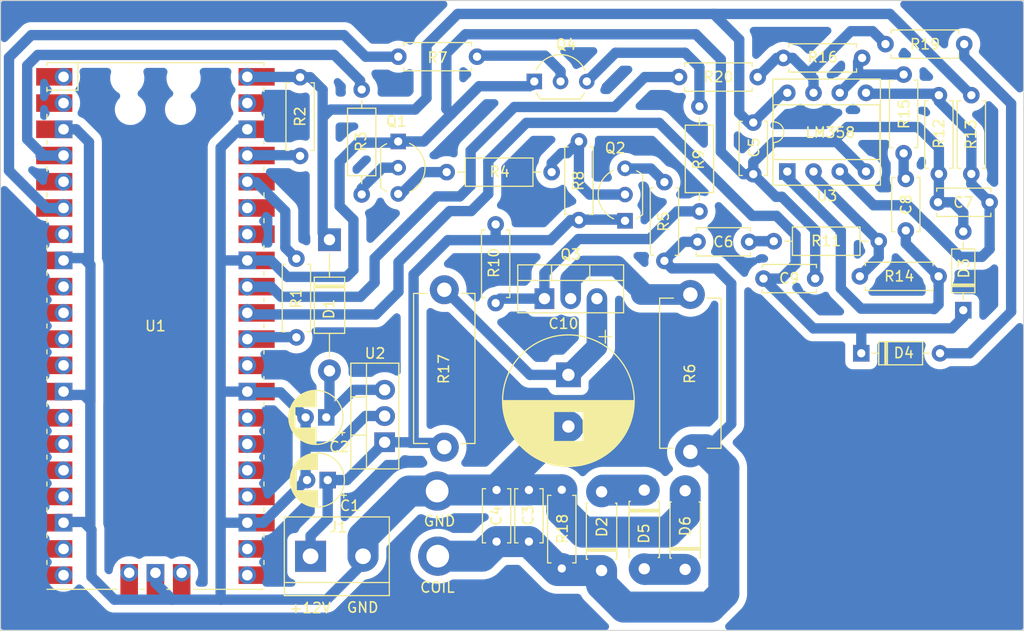
<source format=kicad_pcb>
(kicad_pcb (version 20221018) (generator pcbnew)
  (layers (0 "F.Cu" signal) (31 "B.Cu" signal) (34 "B.Paste" user) (35 "F.Paste" user) (36 "B.SilkS" user "B.Silkscreen") (37 "F.SilkS" user "F.Silkscreen") (38 "B.Mask" user) (39 "F.Mask" user) (44 "Edge.Cuts" user))
  (net 0 "")
  (net 1 "+12V")
  (net 2 "GND")
  (net 3 "+5V")
  (net 4 "Net-(D2-K)")
  (net 5 "Net-(D1-K)")
  (net 6 "Net-(C6-Pad2)")
  (net 7 "Net-(U3A-+)")
  (net 8 "Net-(C8-Pad1)")
  (net 9 "Net-(C8-Pad2)")
  (net 10 "/AMPLITUDE")
  (net 11 "Net-(Q3-S)")
  (net 12 "/OSC_SIGNAL")
  (net 13 "Net-(Q1-B)")
  (net 14 "Net-(Q1-C)")
  (net 15 "Net-(Q2-B)")
  (net 16 "Net-(Q2-C)")
  (net 17 "Net-(Q3-G)")
  (net 18 "Net-(Q3-D)")
  (net 19 "Net-(Q4-B)")
  (net 20 "Net-(Q4-C)")
  (net 21 "Net-(U1-3V3)")
  (net 22 "Net-(U1-RUN)")
  (net 23 "Net-(U1-3V3_EN)")
  (net 24 "/OSCIL")
  (net 25 "/PULSE")
  (net 26 "Net-(U3A--)")
  (net 27 "Net-(U3B--)")
  (net 54 "Net-(D2-A)")
  (net 55 "Net-(D5-A)")
  (net 56 "Net-(D4-A)")
  (net 57 "Net-(R16-Pad1)")
  (footprint "Capacitor_THT:C_Disc_D5.0mm_W2.5mm_P5.00mm" (layer "F.Cu") (at 178.6 38.27 -90)
    (fp_text reference "C8")
    (fp_text value "100 nF")
  )
  (footprint "Resistor_THT:R_Axial_DIN0207_L6.3mm_D2.5mm_P7.62mm_Horizontal" (layer "F.Cu") (at 119.63 46 -90)
    (fp_text reference "R1")
    (fp_text value "10k")
  )
  (footprint "Capacitor_THT:CP_Radial_D12.5mm_P5.00mm" (layer "F.Cu") (at 145.95 57.25 -90)
    (fp_text reference "C10")
    (fp_text value "2200 uF")
  )
  (footprint "Diode_THT:D_DO-35_SOD27_P7.62mm_Horizontal" (layer "F.Cu") (at 184.16 50.99 90)
    (fp_text reference "D3")
    (fp_text value "1N4148")
  )
  (footprint "Resistor_THT:R_Axial_DIN0207_L6.3mm_D2.5mm_P7.62mm_Horizontal" (layer "F.Cu") (at 155.24 38.59 -90)
    (fp_text reference "R5")
    (fp_text value "1k")
  )
  (footprint "Synchronizer:RPi_Pico_SMD_TH" (layer "F.Cu") (at 105.99 52.52)
    (fp_text reference "U1")
    (fp_text value "Pico")
  )
  (footprint "Resistor_THT:R_Axial_DIN0207_L6.3mm_D2.5mm_P7.62mm_Horizontal" (layer "F.Cu") (at 166.75 26.56)
    (fp_text reference "R16")
    (fp_text value "100k")
  )
  (footprint "Capacitor_THT:C_Disc_D5.0mm_W2.5mm_P5.00mm" (layer "F.Cu") (at 139 73.4 90)
    (fp_text reference "C4")
    (fp_text value "NC")
  )
  (footprint "Resistor_THT:R_Axial_DIN0207_L6.3mm_D2.5mm_P10.16mm_Horizontal" (layer "F.Cu") (at 158.63 41.42 90)
    (fp_text reference "R9")
    (fp_text value "10k")
  )
  (footprint "Diode_THT:D_DO-41_SOD81_P7.62mm_Horizontal" (layer "F.Cu") (at 149.16 76.2 90)
    (fp_text reference "D2")
    (fp_text value "UF4007")
  )
  (footprint "Resistor_THT:R_Axial_DIN0207_L6.3mm_D2.5mm_P7.62mm_Horizontal" (layer "F.Cu") (at 184.94 37.79 90)
    (fp_text reference "R13")
    (fp_text value "10k")
  )
  (footprint "Resistor_THT:R_Axial_DIN0207_L6.3mm_D2.5mm_P7.62mm_Horizontal" (layer "F.Cu") (at 178.39 35.79 90)
    (fp_text reference "R15")
    (fp_text value "10k")
  )
  (footprint "Resistor_THT:R_Axial_DIN0207_L6.3mm_D2.5mm_P7.62mm_Horizontal" (layer "F.Cu") (at 181.8 37.79 90)
    (fp_text reference "R12")
    (fp_text value "4k7")
  )
  (footprint "Package_TO_SOT_THT:TO-92L_Inline_Wide" (layer "F.Cu") (at 151.43 42.33 90)
    (fp_text reference "Q2")
    (fp_text value "2N3906")
  )
  (footprint "Resistor_THT:R_Axial_DIN0207_L6.3mm_D2.5mm_P7.62mm_Horizontal" (layer "F.Cu") (at 145.31 76 90)
    (fp_text reference "R18")
    (fp_text value "10k")
  )
  (footprint "Resistor_THT:R_Axial_DIN0207_L6.3mm_D2.5mm_P7.62mm_Horizontal" (layer "F.Cu") (at 137.11 26.44 180)
    (fp_text reference "R7")
    (fp_text value "10k")
  )
  (footprint "Capacitor_THT:C_Disc_D5.0mm_W2.5mm_P5.00mm" (layer "F.Cu") (at 164.83 47.93)
    (fp_text reference "C9")
    (fp_text value "100 nF")
  )
  (footprint "Capacitor_THT:CP_Radial_D5.0mm_P2.00mm" (layer "F.Cu") (at 122.52 61.37 180)
    (fp_text reference "C2")
    (fp_text value "100 uF")
  )
  (footprint "Diode_THT:D_DO-35_SOD27_P7.62mm_Horizontal" (layer "F.Cu") (at 174.29 55.16)
    (fp_text reference "D4")
    (fp_text value "1N4148")
  )
  (footprint "Resistor_THT:R_Axial_DIN0207_L6.3mm_D2.5mm_P10.16mm_Horizontal" (layer "F.Cu") (at 165.82 44.31)
    (fp_text reference "R11")
    (fp_text value "10k")
  )
  (footprint "Package_TO_SOT_THT:TO-92L_Inline_Wide" (layer "F.Cu") (at 129.48 34.65 -90)
    (fp_text reference "Q1")
    (fp_text value "2N3904")
  )
  (footprint "Capacitor_THT:C_Disc_D5.0mm_W2.5mm_P5.00mm" (layer "F.Cu") (at 142.13 73.4 90)
    (fp_text reference "C3")
    (fp_text value "100 pF")
  )
  (footprint "Capacitor_THT:C_Disc_D5.0mm_W2.5mm_P5.00mm" (layer "F.Cu") (at 163.84 32.82 -90)
    (fp_text reference "C5")
    (fp_text value "100 nF")
  )
  (footprint "TerminalBlock:TerminalBlock_bornier-2_P5.08mm" (layer "F.Cu") (at 121 74.82)
    (fp_text reference "J1")
    (fp_text value "Conn_01x02_Socket")
  )
  (footprint "Resistor_THT:R_Axial_DIN0614_L14.3mm_D5.7mm_P15.24mm_Horizontal" (layer "F.Cu") (at 157.75 64.71 90)
    (fp_text reference "R6")
    (fp_text value "10R")
  )
  (footprint "Resistor_THT:R_Axial_DIN0207_L6.3mm_D2.5mm_P7.62mm_Horizontal" (layer "F.Cu") (at 176.63 25.22)
    (fp_text reference "R19")
    (fp_text value "10k")
  )
  (footprint "Capacitor_THT:CP_Radial_D5.0mm_P2.00mm" (layer "F.Cu") (at 122.66 67.44 180)
    (fp_text reference "C1")
    (fp_text value "100 uF")
  )
  (footprint "Resistor_THT:R_Axial_DIN0207_L6.3mm_D2.5mm_P7.62mm_Horizontal" (layer "F.Cu") (at 181.77 47.71 180)
    (fp_text reference "R14")
    (fp_text value "100k")
  )
  (footprint "Resistor_THT:R_Axial_DIN0207_L6.3mm_D2.5mm_P7.62mm_Horizontal" (layer "F.Cu") (at 146.97 42.26 90)
    (fp_text reference "R8")
    (fp_text value "100k")
  )
  (footprint "Resistor_THT:R_Axial_DIN0207_L6.3mm_D2.5mm_P7.62mm_Horizontal" (layer "F.Cu") (at 138.91 42.68 -90)
    (fp_text reference "R10")
    (fp_text value "100k")
  )
  (footprint "Resistor_THT:R_Axial_DIN0207_L6.3mm_D2.5mm_P7.62mm_Horizontal" (layer "F.Cu") (at 164.27 28.41 180)
    (fp_text reference "R20")
    (fp_text value "10k")
  )
  (footprint "Package_TO_SOT_THT:TO-92L_Inline_Wide" (layer "F.Cu") (at 142.65 28.84)
    (fp_text reference "Q4")
    (fp_text value "2N3904")
  )
  (footprint "MountingHole:MountingHole_2.2mm_M2_DIN965_Pad" (layer "F.Cu") (at 133.31 74.81)
    (fp_text reference "J2" hide)
    (fp_text value "COIL1")
  )
  (footprint "Diode_THT:D_DO-41_SOD81_P7.62mm_Horizontal" (layer "F.Cu") (at 157.25 76.09 90)
    (fp_text reference "D6")
    (fp_text value "UF4007")
  )
  (footprint "Package_DIP:DIP-8_W7.62mm_Socket" (layer "F.Cu") (at 167.13 37.56 90)
    (fp_text reference "U3")
    (fp_text value "LM358")
  )
  (footprint "Resistor_THT:R_Axial_DIN0207_L6.3mm_D2.5mm_P10.16mm_Horizontal" (layer "F.Cu") (at 125.95 29.62 -90)
    (fp_text reference "R3")
    (fp_text value "10k")
  )
  (footprint "Resistor_THT:R_Axial_DIN0614_L14.3mm_D5.7mm_P15.24mm_Horizontal" (layer "F.Cu") (at 133.94 49.01 -90)
    (fp_text reference "R17")
    (fp_text value "1k")
  )
  (footprint "Capacitor_THT:C_Disc_D5.0mm_W2.5mm_P5.00mm" (layer "F.Cu") (at 158.44 44.37)
    (fp_text reference "C6")
    (fp_text value "100 pF")
  )
  (footprint "Diode_THT:D_DO-41_SOD81_P7.62mm_Horizontal" (layer "F.Cu") (at 153.29 68.41 -90)
    (fp_text reference "D5")
    (fp_text value "UF4007")
  )
  (footprint "Capacitor_THT:C_Disc_D5.0mm_W2.5mm_P5.00mm" (layer "F.Cu") (at 186.71 40.54 180)
    (fp_text reference "C7")
    (fp_text value "100 nF")
  )
  (footprint "Diode_THT:D_DO-41_SOD81_P12.70mm_Horizontal" (layer "F.Cu") (at 122.83 44.16 -90)
    (fp_text reference "D1")
    (fp_text value "1N5819")
  )
  (footprint "MountingHole:MountingHole_2.2mm_M2_DIN965_Pad" (layer "F.Cu") (at 133.25 68.5)
    (fp_text reference "J3" hide)
    (fp_text value "COIL2")
  )
  (footprint "Resistor_THT:R_Axial_DIN0207_L6.3mm_D2.5mm_P7.62mm_Horizontal" (layer "F.Cu") (at 119.99 28.43 -90)
    (fp_text reference "R2")
    (fp_text value "10k")
  )
  (footprint "Package_TO_SOT_THT:TO-220-3_Vertical" (layer "F.Cu") (at 128.17 63.78 90)
    (fp_text reference "U2")
    (fp_text value "LM7805_TO220")
  )
  (footprint "Resistor_THT:R_Axial_DIN0207_L6.3mm_D2.5mm_P10.16mm_Horizontal" (layer "F.Cu") (at 144.33 37.62 180)
    (fp_text reference "R4")
    (fp_text value "10k")
  )
  (footprint "Package_TO_SOT_THT:TO-220-3_Vertical" (layer "F.Cu") (at 143.63 49.87)
    (fp_text reference "Q3")
    (fp_text value "IRF9540N")
  )
  (gr_rect (start 91 21) (end 190 82) (stroke (width 0.1)) (fill none) (layer "Edge.Cuts"))
  (gr_text "LM358" (at 168.79 34.37) (layer "F.SilkS") (effects (font (size 1 1)) (justify left bottom)))
  (gr_text "COIL" (at 131.51 78.42) (layer "F.SilkS") (effects (font (size 1 1)) (justify left bottom)))
  (gr_text "GND" (at 124.42 80.36) (layer "F.SilkS") (effects (font (size 1 1)) (justify left bottom)))
  (gr_text "+12V" (at 118.86 80.41) (layer "F.SilkS") (effects (font (size 1 1)) (justify left bottom)))
  (gr_text "GND" (at 131.86 72) (layer "F.SilkS") (effects (font (size 1 1)) (justify left bottom)))
  (segment (start 133.94 64.25) (end 133.53 63.84) (width 1) (layer "B.Cu") (net 1))
  (segment (start 146.18 42.26) (end 144.23 44.21) (width 1) (layer "B.Cu") (net 1))
  (segment (start 121 72.84) (end 122.66 71.18) (width 1) (layer "B.Cu") (net 1))
  (segment (start 122.66 71.18) (end 122.66 67.44) (width 1) (layer "B.Cu") (net 1))
  (segment (start 138.91 42.68) (end 138.91 43.99) (width 1) (layer "B.Cu") (net 1))
  (segment (start 151.43 42.33) (end 151.32 42.22) (width 1) (layer "B.Cu") (net 1))
  (segment (start 133.53 63.84) (end 130.66 63.84) (width 1) (layer "B.Cu") (net 1))
  (segment (start 122.66 67.44) (end 124.51 67.44) (width 1) (layer "B.Cu") (net 1))
  (segment (start 121 74.82) (end 121 72.84) (width 1) (layer "B.Cu") (net 1))
  (segment (start 147.01 42.22) (end 146.97 42.26) (width 1) (layer "B.Cu") (net 1))
  (segment (start 151.32 42.22) (end 147.01 42.22) (width 1) (layer "B.Cu") (net 1))
  (segment (start 130.72 63.78) (end 128.17 63.78) (width 1) (layer "B.Cu") (net 1))
  (segment (start 146.97 42.26) (end 146.18 42.26) (width 1) (layer "B.Cu") (net 1))
  (segment (start 138.69 44.21) (end 134.28 44.21) (width 1) (layer "B.Cu") (net 1))
  (segment (start 134.28 44.21) (end 130.97 47.52) (width 1) (layer "B.Cu") (net 1))
  (segment (start 124.51 67.44) (end 128.17 63.78) (width 1) (layer "B.Cu") (net 1))
  (segment (start 130.97 47.52) (end 130.97 63.53) (width 1) (layer "B.Cu") (net 1))
  (segment (start 138.91 43.99) (end 138.69 44.21) (width 1) (layer "B.Cu") (net 1))
  (segment (start 144.23 44.21) (end 138.69 44.21) (width 1) (layer "B.Cu") (net 1))
  (segment (start 130.97 63.53) (end 130.72 63.78) (width 1) (layer "B.Cu") (net 1))
  (segment (start 120.52 61.37) (end 118.1 58.95) (width 1) (layer "B.Cu") (net 2))
  (segment (start 120.56 67.44) (end 120.66 67.44) (width 1) (layer "B.Cu") (net 2))
  (segment (start 124.48 47.76) (end 118.74 47.76) (width 1) (layer "B.Cu") (net 2))
  (segment (start 131.96 34.65) (end 129.48 34.65) (width 1) (layer "B.Cu") (net 2))
  (segment (start 145.95 62.25) (end 145.15 62.25) (width 3) (layer "B.Cu") (net 2))
  (segment (start 142.15 68.38) (end 142.13 68.4) (width 3) (layer "B.Cu") (net 2))
  (segment (start 125.15 42.24) (end 125.15 47.09) (width 1) (layer "B.Cu") (net 2))
  (segment (start 183.14 40.54) (end 181.71 40.54) (width 1) (layer "B.Cu") (net 2))
  (segment (start 97.32 45.95) (end 97.1 46.17) (width 1) (layer "B.Cu") (net 2))
  (segment (start 129.37 34.76) (end 125.65 34.76) (width 1) (layer "B.Cu") (net 2))
  (segment (start 125.65 34.76) (end 123.81 36.6) (width 1) (layer "B.Cu") (net 2))
  (segment (start 142.65 28.84) (end 142.19 29.3) (width 1) (layer "B.Cu") (net 2))
  (segment (start 162.87 37.82) (end 163.84 37.82) (width 1) (layer "B.Cu") (net 2))
  (segment (start 137.31 29.3) (end 134.625 31.985) (width 1) (layer "B.Cu") (net 2))
  (segment (start 166.03 40.01) (end 163.84 37.82) (width 1) (layer "B.Cu") (net 2))
  (segment (start 99.7 59.83) (end 99.7 46.61) (width 1) (layer "B.Cu") (net 2))
  (segment (start 169.83 47.93) (end 169.83 43.23) (width 1) (layer "B.Cu") (net 2))
  (segment (start 184.16 43.37) (end 184.16 41.56) (width 1) (layer "B.Cu") (net 2))
  (segment (start 123.36 64.2) (end 126.32 61.24) (width 1) (layer "B.Cu") (net 2))
  (segment (start 142.65 29.05) (end 142.65 28.84) (width 1) (layer "B.Cu") (net 2))
  (segment (start 117.16 46.18) (end 114.89 46.18) (width 1) (layer "B.Cu") (net 2))
  (segment (start 112.3 46.07) (end 112.3 35.26) (width 1) (layer "B.Cu") (net 2))
  (segment (start 139 68.4) (end 133.35 68.4) (width 3) (layer "B.Cu") (net 2))
  (segment (start 133.35 68.4) (end 133.25 68.5) (width 3) (layer "B.Cu") (net 2))
  (segment (start 126.32 61.24) (end 128.17 61.24) (width 1) (layer "B.Cu") (net 2))
  (segment (start 173.44 33.25) (end 172.94 33.25) (width 1) (layer "B.Cu") (net 2))
  (segment (start 105.99 77.39) (end 107.62 79.02) (width 1) (layer "B.Cu") (net 2))
  (segment (start 172.94 33.25) (end 171.69 34.5) (width 1) (layer "B.Cu") (net 2))
  (segment (start 123.81 36.6) (end 123.81 40.9) (width 1) (layer "B.Cu") (net 2))
  (segment (start 130.54 68.5) (end 126.08 72.96) (width 3) (layer "B.Cu") (net 2))
  (segment (start 99.04 59.19) (end 97.42 59.19) (width 1) (layer "B.Cu") (net 2))
  (segment (start 145.31 68.38) (end 142.15 68.38) (width 3) (layer "B.Cu") (net 2))
  (segment (start 99.8 72.26) (end 99.69 72.15) (width 1) (layer "B.Cu") (net 2))
  (segment (start 114.96 58.95) (end 114.88 58.87) (width 1) (layer "B.Cu") (net 2))
  (segment (start 123.81 40.9) (end 125.15 42.24) (width 1) (layer "B.Cu") (net 2))
  (segment (start 181.8 35.28) (end 179.77 33.25) (width 1) (layer "B.Cu") (net 2))
  (segment (start 120.52 61.37) (end 120.52 64.2) (width 1) (layer "B.Cu") (net 2))
  (segment (start 147.37 72.48) (end 145.31 70.42) (width 3) (layer "B.Cu") (net 2))
  (segment (start 114.89 46.18) (end 114.88 46.17) (width 1) (layer "B.Cu") (net 2))
  (segment (start 160.7 35.65) (end 162.87 37.82) (width 1) (layer "B.Cu") (net 2))
  (segment (start 181.8 37.79) (end 181.8 35.28) (width 1) (layer "B.Cu") (net 2))
  (segment (start 112.3 35.26) (end 114.09 33.47) (width 1) (layer "B.Cu") (net 2))
  (segment (start 99.56 34.71) (end 98.32 33.47) (width 1) (layer "B.Cu") (net 2))
  (segment (start 99.69 59.84) (end 99.7 59.83) (width 1) (layer "B.Cu") (net 2))
  (segment (start 157.25 68.47) (end 157.25 70.76) (width 3) (layer "B.Cu") (net 2))
  (segment (start 174.75 37.56) (end 171.69 34.5) (width 1) (layer "B.Cu") (net 2))
  (segment (start 135.99 24.27) (end 158.28 24.27) (width 1) (layer "B.Cu") (net 2))
  (segment (start 112.3 58.62) (end 112.3 46.07) (width 1) (layer "B.Cu") (net 2))
  (segment (start 122.55 79.02) (end 126.08 75.49) (width 1) (layer "B.Cu") (net 2))
  (segment (start 145.31 70.42) (end 145.31 68.38) (width 3) (layer "B.Cu") (net 2))
  (segment (start 120.52 67.3) (end 120.66 67.44) (width 1) (layer "B.Cu") (net 2))
  (segment (start 107.62 79.02) (end 112.3 79.02) (width 1) (layer "B.Cu") (net 2))
  (segment (start 118.74 47.76) (end 117.16 46.18) (width 1) (layer "B.Cu") (net 2))
  (segment (start 134.625 31.985) (end 134.14 31.5) (width 1) (layer "B.Cu") (net 2))
  (segment (start 181.8 37.79) (end 181.8 40.45) (width 1) (layer "B.Cu") (net 2))
  (segment (start 134.14 26.12) (end 135.99 24.27) (width 1) (layer "B.Cu") (net 2))
  (segment (start 184.16 41.56) (end 183.14 40.54) (width 1) (layer "B.Cu") (net 2))
  (segment (start 99.7 46.61) (end 99.04 45.95) (width 1) (layer "B.Cu") (net 2))
  (segment (start 134.625 31.985) (end 131.96 34.65) (width 1) (layer "B.Cu") (net 2))
  (segment (start 155.53 72.48) (end 147.37 72.48) (width 3) (layer "B.Cu") (net 2))
  (segment (start 157.25 70.76) (end 155.53 72.48) (width 3) (layer "B.Cu") (net 2))
  (segment (start 112.3 71.23) (end 112.3 58.62) (width 1) (layer "B.Cu") (net 2))
  (segment (start 99.56 46.47) (end 99.56 34.71) (width 1) (layer "B.Cu") (net 2))
  (segment (start 126.08 72.96) (end 126.08 74.82) (width 3) (layer "B.Cu") (net 2))
  (segment (start 126.08 75.49) (end 126.08 74.82) (width 1) (layer "B.Cu") (net 2))
  (segment (start 181.8 40.45) (end 181.71 40.54) (width 1) (layer "B.Cu") (net 2))
  (segment (start 114.88 71.57) (end 112.64 71.57) (width 1) (layer "B.Cu") (net 2))
  (segment (start 114.88 58.87) (end 112.55 58.87) (width 1) (layer "B.Cu") (net 2))
  (segment (start 99.69 72.15) (end 99.69 59.84) (width 1) (layer "B.Cu") (net 2))
  (segment (start 112.55 58.87) (end 112.3 58.62) (width 1) (layer "B.Cu") (net 2))
  (segment (start 112.64 71.57) (end 112.3 71.23) (width 1) (layer "B.Cu") (net 2))
  (segment (start 114.88 46.17) (end 112.4 46.17) (width 1) (layer "B.Cu") (net 2))
  (segment (start 102.02 79.02) (end 99.8 76.8) (width 1) (layer "B.Cu") (net 2))
  (segment (start 114.88 71.57) (end 116.43 71.57) (width 1) (layer "B.Cu") (net 2))
  (segment (start 142.13 68.4) (end 139 68.4) (width 3) (layer "B.Cu") (net 2))
  (segment (start 134.14 31.5) (end 134.14 26.12) (width 1) (layer "B.Cu") (net 2))
  (segment (start 145.15 62.25) (end 139 68.4) (width 3) (layer "B.Cu") (net 2))
  (segment (start 99.8 76.8) (end 99.8 72.26) (width 1) (layer "B.Cu") (net 2))
  (segment (start 120.52 64.2) (end 123.36 64.2) (width 1) (layer "B.Cu") (net 2))
  (segment (start 118.1 58.95) (end 114.96 58.95) (width 1) (layer "B.Cu") (net 2))
  (segment (start 97.42 59.19) (end 97.1 58.87) (width 1) (layer "B.Cu") (net 2))
  (segment (start 129.48 34.65) (end 129.37 34.76) (width 1) (layer "B.Cu") (net 2))
  (segment (start 99.8 72.26) (end 99.04 71.5) (width 1) (layer "B.Cu") (net 2))
  (segment (start 112.3 79.02) (end 112.3 71.23) (width 1) (layer "B.Cu") (net 2))
  (segment (start 114.09 33.47) (end 114.88 33.47) (width 1) (layer "B.Cu") (net 2))
  (segment (start 169.83 43.23) (end 166.61 40.01) (width 1) (layer "B.Cu") (net 2))
  (segment (start 142.19 29.3) (end 137.31 29.3) (width 1) (layer "B.Cu") (net 2))
  (segment (start 112.3 79.02) (end 122.55 79.02) (width 1) (layer "B.Cu") (net 2))
  (segment (start 173.44 33.25) (end 179.77 33.25) (width 1) (layer "B.Cu") (net 2))
  (segment (start 107.62 79.02) (end 102.02 79.02) (width 1) (layer "B.Cu") (net 2))
  (segment (start 99.04 45.95) (end 97.32 45.95) (width 1) (layer "B.Cu") (net 2))
  (segment (start 116.43 71.57) (end 120.56 67.44) (width 1) (layer "B.Cu") (net 2))
  (segment (start 120.52 64.2) (end 120.52 67.3) (width 1) (layer "B.Cu") (net 2))
  (segment (start 112.4 46.17) (end 112.3 46.07) (width 1) (layer "B.Cu") (net 2))
  (segment (start 99.7 46.61) (end 99.56 46.47) (width 1) (layer "B.Cu") (net 2))
  (segment (start 105.99 76.42) (end 105.99 77.39) (width 1) (layer "B.Cu") (net 2))
  (segment (start 160.7 26.69) (end 160.7 35.65) (width 1) (layer "B.Cu") (net 2))
  (segment (start 158.28 24.27) (end 160.7 26.69) (width 1) (layer "B.Cu") (net 2))
  (segment (start 166.61 40.01) (end 166.03 40.01) (width 1) (layer "B.Cu") (net 2))
  (segment (start 98.32 33.47) (end 97.1 33.47) (width 1) (layer "B.Cu") (net 2))
  (segment (start 171.48 34.71) (end 165.8 34.71) (width 1) (layer "B.Cu") (net 2))
  (segment (start 97.17 71.5) (end 97.1 71.57) (width 1) (layer "B.Cu") (net 2))
  (segment (start 142.51 29.19) (end 142.65 29.05) (width 1) (layer "B.Cu") (net 2))
  (segment (start 99.69 59.84) (end 99.04 59.19) (width 1) (layer "B.Cu") (net 2))
  (segment (start 165.8 34.71) (end 163.84 36.67) (width 1) (layer "B.Cu") (net 2))
  (segment (start 99.04 71.5) (end 97.17 71.5) (width 1) (layer "B.Cu") (net 2))
  (segment (start 163.84 36.67) (end 163.84 37.82) (width 1) (layer "B.Cu") (net 2))
  (segment (start 125.15 47.09) (end 124.48 47.76) (width 1) (layer "B.Cu") (net 2))
  (segment (start 133.25 68.5) (end 130.54 68.5) (width 3) (layer "B.Cu") (net 2))
  (segment (start 171.69 34.5) (end 171.48 34.71) (width 1) (layer "B.Cu") (net 2))
  (segment (start 125.19 58.7) (end 122.52 61.37) (width 1) (layer "B.Cu") (net 3))
  (segment (start 122.83 61.06) (end 122.52 61.37) (width 1) (layer "B.Cu") (net 3))
  (segment (start 128.17 58.7) (end 125.19 58.7) (width 1) (layer "B.Cu") (net 3))
  (segment (start 122.83 56.86) (end 122.83 61.06) (width 1) (layer "B.Cu") (net 3))
  (segment (start 145.31 76) (end 144.73 76) (width 3) (layer "B.Cu") (net 4))
  (segment (start 155.24 46.21) (end 155.97 46.94) (width 1) (layer "B.Cu") (net 4))
  (segment (start 158.44 44.37) (end 157.08 44.37) (width 1) (layer "B.Cu") (net 4))
  (segment (start 149.16 76.2) (end 144.93 76.2) (width 3) (layer "B.Cu") (net 4))
  (segment (start 161.71 62) (end 159.21 64.5) (width 1) (layer "B.Cu") (net 4))
  (segment (start 157.08 44.37) (end 155.24 46.21) (width 1) (layer "B.Cu") (net 4))
  (segment (start 137.59 74.81) (end 139 73.4) (width 3) (layer "B.Cu") (net 4))
  (segment (start 160.99 66.28) (end 160.99 78.41) (width 3) (layer "B.Cu") (net 4))
  (segment (start 157.96 64.5) (end 159.21 64.5) (width 3) (layer "B.Cu") (net 4))
  (segment (start 151.34 79.74) (end 149.16 77.56) (width 3) (layer "B.Cu") (net 4))
  (segment (start 160.24 46.94) (end 161.71 48.41) (width 1) (layer "B.Cu") (net 4))
  (segment (start 139 73.4) (end 142.13 73.4) (width 3) (layer "B.Cu") (net 4))
  (segment (start 144.93 76.2) (end 144.73 76) (width 3) (layer "B.Cu") (net 4))
  (segment (start 157.75 64.71) (end 157.96 64.5) (width 3) (layer "B.Cu") (net 4))
  (segment (start 160.99 78.41) (end 159.66 79.74) (width 3) (layer "B.Cu") (net 4))
  (segment (start 149.16 77.56) (end 149.16 76.2) (width 3) (layer "B.Cu") (net 4))
  (segment (start 155.97 46.94) (end 160.24 46.94) (width 1) (layer "B.Cu") (net 4))
  (segment (start 161.71 48.41) (end 161.71 62) (width 1) (layer "B.Cu") (net 4))
  (segment (start 159.21 64.5) (end 160.99 66.28) (width 3) (layer "B.Cu") (net 4))
  (segment (start 159.66 79.74) (end 151.34 79.74) (width 3) (layer "B.Cu") (net 4))
  (segment (start 144.73 76) (end 142.13 73.4) (width 3) (layer "B.Cu") (net 4))
  (segment (start 133.31 74.81) (end 137.59 74.81) (width 3) (layer "B.Cu") (net 4))
  (segment (start 166.72 29.94) (end 163.84 32.82) (width 1) (layer "B.Cu") (net 5))
  (segment (start 132.22 30.45) (end 132.22 25.32) (width 1) (layer "B.Cu") (net 5))
  (segment (start 160 22.3) (end 177.06 22.3) (width 1) (layer "B.Cu") (net 5))
  (segment (start 114.88 28.39) (end 114.89 28.4) (width 1) (layer "B.Cu") (net 5))
  (segment (start 162.48 24.78) (end 162.48 31.9) (width 1) (layer "B.Cu") (net 5))
  (segment (start 122.94 31.56) (end 122.17 32.33) (width 1) (layer "B.Cu") (net 5))
  (segment (start 131.11 31.56) (end 122.94 31.56) (width 1) (layer "B.Cu") (net 5))
  (segment (start 162.48 31.9) (end 163.4 32.82) (width 1) (layer "B.Cu") (net 5))
  (segment (start 163.4 32.82) (end 163.84 32.82) (width 1) (layer "B.Cu") (net 5))
  (segment (start 135.24 22.3) (end 160 22.3) (width 1) (layer "B.Cu") (net 5))
  (segment (start 177.06 22.3) (end 184.93 30.17) (width 1) (layer "B.Cu") (net 5))
  (segment (start 114.89 28.4) (end 119.96 28.4) (width 1) (layer "B.Cu") (net 5))
  (segment (start 122.17 32.33) (end 122.17 29.63) (width 1) (layer "B.Cu") (net 5))
  (segment (start 119.96 28.4) (end 119.99 28.43) (width 1) (layer "B.Cu") (net 5))
  (segment (start 167.13 29.94) (end 166.72 29.94) (width 1) (layer "B.Cu") (net 5))
  (segment (start 184.93 30.17) (end 184.94 30.17) (width 1) (layer "B.Cu") (net 5))
  (segment (start 131.11 31.56) (end 132.22 30.45) (width 1) (layer "B.Cu") (net 5))
  (segment (start 132.22 25.32) (end 135.24 22.3) (width 1) (layer "B.Cu") (net 5))
  (segment (start 160 22.3) (end 162.48 24.78) (width 1) (layer "B.Cu") (net 5))
  (segment (start 122.17 43.5) (end 122.17 32.33) (width 1) (layer "B.Cu") (net 5))
  (segment (start 120.97 28.43) (end 119.99 28.43) (width 1) (layer "B.Cu") (net 5))
  (segment (start 122.83 44.16) (end 122.17 43.5) (width 1) (layer "B.Cu") (net 5))
  (segment (start 122.17 29.63) (end 120.97 28.43) (width 1) (layer "B.Cu") (net 5))
  (segment (start 163.5 44.31) (end 163.44 44.37) (width 1) (layer "B.Cu") (net 6))
  (segment (start 165.82 44.31) (end 163.5 44.31) (width 1) (layer "B.Cu") (net 6))
  (segment (start 184.94 33.9) (end 184.94 37.79) (width 1) (layer "B.Cu") (net 7))
  (segment (start 180.57 42.62) (end 180.61 42.62) (width 1) (layer "B.Cu") (net 7))
  (segment (start 181.8 30.17) (end 181.66 30.03) (width 1) (layer "B.Cu") (net 7))
  (segment (start 181.8 30.17) (end 181.8 30.76) (width 1) (layer "B.Cu") (net 7))
  (segment (start 175.48 40.83) (end 178.78 40.83) (width 1) (layer "B.Cu") (net 7))
  (segment (start 183.81 45.82) (end 185.97 45.82) (width 1) (layer "B.Cu") (net 7))
  (segment (start 180.61 42.62) (end 183.81 45.82) (width 1) (layer "B.Cu") (net 7))
  (segment (start 181.66 30.03) (end 174.84 30.03) (width 1) (layer "B.Cu") (net 7))
  (segment (start 184.94 37.79) (end 184.94 38.77) (width 1) (layer "B.Cu") (net 7))
  (segment (start 186.71 45.08) (end 186.71 40.54) (width 1) (layer "B.Cu") (net 7))
  (segment (start 185.97 45.82) (end 186.71 45.08) (width 1) (layer "B.Cu") (net 7))
  (segment (start 178.78 40.83) (end 180.57 42.62) (width 1) (layer "B.Cu") (net 7))
  (segment (start 174.84 30.03) (end 174.75 29.94) (width 1) (layer "B.Cu") (net 7))
  (segment (start 184.94 38.77) (end 186.71 40.54) (width 1) (layer "B.Cu") (net 7))
  (segment (start 181.8 30.76) (end 184.94 33.9) (width 1) (layer "B.Cu") (net 7))
  (segment (start 172.21 37.56) (end 175.48 40.83) (width 1) (layer "B.Cu") (net 7))
  (segment (start 178.39 38.06) (end 178.6 38.27) (width 1) (layer "B.Cu") (net 8))
  (segment (start 178.39 35.79) (end 178.39 38.06) (width 1) (layer "B.Cu") (net 8))
  (segment (start 181.26 50.84) (end 181.31 50.89) (width 1) (layer "B.Cu") (net 9))
  (segment (start 181.31 50.89) (end 181.77 50.43) (width 1) (layer "B.Cu") (net 9))
  (segment (start 174.27 50.84) (end 181.26 50.84) (width 1) (layer "B.Cu") (net 9))
  (segment (start 167.13 38.13) (end 172.31 43.31) (width 1) (layer "B.Cu") (net 9))
  (segment (start 167.13 37.56) (end 167.13 38.13) (width 1) (layer "B.Cu") (net 9))
  (segment (start 178.6 43.27) (end 178.6 44.54) (width 1) (layer "B.Cu") (net 9))
  (segment (start 172.31 48.88) (end 174.27 50.84) (width 1) (layer "B.Cu") (net 9))
  (segment (start 172.31 43.31) (end 172.31 48.88) (width 1) (layer "B.Cu") (net 9))
  (segment (start 178.6 44.54) (end 181.77 47.71) (width 1) (layer "B.Cu") (net 9))
  (segment (start 181.77 50.43) (end 181.77 47.71) (width 1) (layer "B.Cu") (net 9))
  (segment (start 115.03 51.4) (end 114.88 51.25) (width 1) (layer "B.Cu") (net 10))
  (segment (start 166.53 47.93) (end 167.93 46.53) (width 1) (layer "B.Cu") (net 10))
  (segment (start 129.51 49.2) (end 127.31 51.4) (width 1) (layer "B.Cu") (net 10))
  (segment (start 167.93 46.53) (end 167.93 43.7) (width 1) (layer "B.Cu") (net 10))
  (segment (start 141.88 32.85) (end 138.2 36.53) (width 1) (layer "B.Cu") (net 10))
  (segment (start 163.74 41.85) (end 154.74 32.85) (width 1) (layer "B.Cu") (net 10))
  (segment (start 164.83 47.93) (end 166.53 47.93) (width 1) (layer "B.Cu") (net 10))
  (segment (start 174.13 52.75) (end 169.65 52.75) (width 1) (layer "B.Cu") (net 10))
  (segment (start 154.74 32.85) (end 141.88 32.85) (width 1) (layer "B.Cu") (net 10))
  (segment (start 138.2 36.53) (end 138.2 39.73) (width 1) (layer "B.Cu") (net 10))
  (segment (start 169.65 52.75) (end 164.83 47.93) (width 1) (layer "B.Cu") (net 10))
  (segment (start 183.06 52.75) (end 174.13 52.75) (width 1) (layer "B.Cu") (net 10))
  (segment (start 184.16 50.99) (end 184.16 51.65) (width 1) (layer "B.Cu") (net 10))
  (segment (start 138.2 39.73) (end 136.54 41.39) (width 1) (layer "B.Cu") (net 10))
  (segment (start 136.54 41.39) (end 134.46 41.39) (width 1) (layer "B.Cu") (net 10))
  (segment (start 129.51 46.34) (end 129.51 49.2) (width 1) (layer "B.Cu") (net 10))
  (segment (start 134.46 41.39) (end 129.51 46.34) (width 1) (layer "B.Cu") (net 10))
  (segment (start 184.16 51.65) (end 183.06 52.75) (width 1) (layer "B.Cu") (net 10))
  (segment (start 174.29 52.91) (end 174.29 55.16) (width 1) (layer "B.Cu") (net 10))
  (segment (start 167.93 43.7) (end 166.08 41.85) (width 1) (layer "B.Cu") (net 10))
  (segment (start 174.13 52.75) (end 174.29 52.91) (width 1) (layer "B.Cu") (net 10))
  (segment (start 127.31 51.4) (end 115.03 51.4) (width 1) (layer "B.Cu") (net 10))
  (segment (start 166.08 41.85) (end 163.74 41.85) (width 1) (layer "B.Cu") (net 10))
  (segment (start 148.71 49.87) (end 148.71 54.55) (width 2) (layer "B.Cu") (net 11))
  (segment (start 133.99 49.01) (end 133.94 49.01) (width 1) (layer "B.Cu") (net 11))
  (segment (start 146.01 57.25) (end 145.95 57.25) (width 2) (layer "B.Cu") (net 11))
  (segment (start 142.23 57.25) (end 133.99 49.01) (width 1) (layer "B.Cu") (net 11))
  (segment (start 145.95 57.25) (end 142.23 57.25) (width 1) (layer "B.Cu") (net 11))
  (segment (start 148.71 54.55) (end 146.01 57.25) (width 2) (layer "B.Cu") (net 11))
  (segment (start 136.49 38.92) (end 135.44 39.97) (width 1) (layer "B.Cu") (net 12))
  (segment (start 125.82 49.69) (end 118.15 49.69) (width 1) (layer "B.Cu") (net 12))
  (segment (start 127.2 48.31) (end 125.82 49.69) (width 1) (layer "B.Cu") (net 12))
  (segment (start 114.89 48.72) (end 114.88 48.71) (width 1) (layer "B.Cu") (net 12))
  (segment (start 135.44 39.97) (end 133.2 39.97) (width 1) (layer "B.Cu") (net 12))
  (segment (start 153.34 28.41) (end 150.44 31.31) (width 1) (layer "B.Cu") (net 12))
  (segment (start 140.72 31.31) (end 136.49 35.54) (width 1) (layer "B.Cu") (net 12))
  (segment (start 133.2 39.97) (end 127.2 45.97) (width 1) (layer "B.Cu") (net 12))
  (segment (start 127.2 45.97) (end 127.2 48.31) (width 1) (layer "B.Cu") (net 12))
  (segment (start 136.49 35.54) (end 136.49 38.92) (width 1) (layer "B.Cu") (net 12))
  (segment (start 156.65 28.41) (end 153.34 28.41) (width 1) (layer "B.Cu") (net 12))
  (segment (start 118.15 49.69) (end 117.18 48.72) (width 1) (layer "B.Cu") (net 12))
  (segment (start 150.44 31.31) (end 140.72 31.31) (width 1) (layer "B.Cu") (net 12))
  (segment (start 117.18 48.72) (end 114.89 48.72) (width 1) (layer "B.Cu") (net 12))
  (segment (start 127.96 37.19) (end 125.95 39.2) (width 1) (layer "B.Cu") (net 13))
  (segment (start 129.48 37.19) (end 127.96 37.19) (width 1) (layer "B.Cu") (net 13))
  (segment (start 125.95 39.2) (end 125.95 39.78) (width 1) (layer "B.Cu") (net 13))
  (segment (start 129.55 39.73) (end 129.48 39.73) (width 1) (layer "B.Cu") (net 14))
  (segment (start 131.87 37.62) (end 134.17 37.62) (width 1) (layer "B.Cu") (net 14))
  (segment (start 129.76 39.73) (end 131.87 37.62) (width 1) (layer "B.Cu") (net 14))
  (segment (start 129.48 39.73) (end 129.76 39.73) (width 1) (layer "B.Cu") (net 14))
  (segment (start 148 39.79) (end 146.97 38.76) (width 1) (layer "B.Cu") (net 15))
  (segment (start 145.29 35.78) (end 145.83 35.78) (width 1) (layer "B.Cu") (net 15))
  (segment (start 151.43 39.79) (end 148 39.79) (width 1) (layer "B.Cu") (net 15))
  (segment (start 144.33 37.62) (end 144.33 36.74) (width 1) (layer "B.Cu") (net 15))
  (segment (start 146.97 38.76) (end 146.97 34.64) (width 1) (layer "B.Cu") (net 15))
  (segment (start 144.33 36.74) (end 145.29 35.78) (width 1) (layer "B.Cu") (net 15))
  (segment (start 145.83 35.78) (end 146.97 34.64) (width 1) (layer "B.Cu") (net 15))
  (segment (start 151.45 37.27) (end 151.43 37.25) (width 1) (layer "B.Cu") (net 16))
  (segment (start 153.92 37.27) (end 151.45 37.27) (width 1) (layer "B.Cu") (net 16))
  (segment (start 155.24 38.59) (end 153.92 37.27) (width 1) (layer "B.Cu") (net 16))
  (segment (start 153.81 44.1) (end 146.92 44.1) (width 1) (layer "B.Cu") (net 17))
  (segment (start 139.34 49.87) (end 138.91 50.3) (width 1) (layer "B.Cu") (net 17))
  (segment (start 143.63 47.39) (end 143.63 49.87) (width 1) (layer "B.Cu") (net 17))
  (segment (start 143.63 49.87) (end 139.34 49.87) (width 1) (layer "B.Cu") (net 17))
  (segment (start 158.63 41.42) (end 156.49 41.42) (width 1) (layer "B.Cu") (net 17))
  (segment (start 156.49 41.42) (end 153.81 44.1) (width 1) (layer "B.Cu") (net 17))
  (segment (start 146.92 44.1) (end 143.63 47.39) (width 1) (layer "B.Cu") (net 17))
  (segment (start 150.6 46.71) (end 153.01 49.12) (width 2) (layer "B.Cu") (net 18))
  (segment (start 153.01 49.12) (end 153.01 49.47) (width 2) (layer "B.Cu") (net 18))
  (segment (start 146.17 47.99) (end 147.45 46.71) (width 2) (layer "B.Cu") (net 18))
  (segment (start 153.01 49.47) (end 157.75 49.47) (width 2) (layer "B.Cu") (net 18))
  (segment (start 147.45 46.71) (end 150.6 46.71) (width 2) (layer "B.Cu") (net 18))
  (segment (start 146.17 49.87) (end 146.17 47.99) (width 2) (layer "B.Cu") (net 18))
  (segment (start 137.21 26.34) (end 143.68 26.34) (width 1) (layer "B.Cu") (net 19))
  (segment (start 145.19 27.85) (end 145.19 28.84) (width 1) (layer "B.Cu") (net 19))
  (segment (start 143.68 26.34) (end 145.19 27.85) (width 1) (layer "B.Cu") (net 19))
  (segment (start 137.11 26.44) (end 137.21 26.34) (width 1) (layer "B.Cu") (net 19))
  (segment (start 147.73 28.84) (end 150.51 26.06) (width 1) (layer "B.Cu") (net 20))
  (segment (start 157.24 26.06) (end 158.63 27.45) (width 1) (layer "B.Cu") (net 20))
  (segment (start 150.51 26.06) (end 157.24 26.06) (width 1) (layer "B.Cu") (net 20))
  (segment (start 158.63 27.45) (end 158.63 31.26) (width 1) (layer "B.Cu") (net 20))
  (segment (start 115.75 38.6) (end 114.93 38.6) (width 1) (layer "B.Cu") (net 21))
  (segment (start 114.93 38.6) (end 114.88 38.55) (width 1) (layer "B.Cu") (net 21))
  (segment (start 118.56 44.93) (end 118.56 41.41) (width 1) (layer "B.Cu") (net 21))
  (segment (start 118.56 41.41) (end 115.75 38.6) (width 1) (layer "B.Cu") (net 21))
  (segment (start 119.63 46) (end 118.56 44.93) (width 1) (layer "B.Cu") (net 21))
  (segment (start 119.61 53.6) (end 115.07 53.6) (width 1) (layer "B.Cu") (net 22))
  (segment (start 115.07 53.6) (end 114.88 53.79) (width 1) (layer "B.Cu") (net 22))
  (segment (start 119.63 53.62) (end 119.61 53.6) (width 1) (layer "B.Cu") (net 22))
  (segment (start 119.99 36.05) (end 119.92 35.98) (width 1) (layer "B.Cu") (net 23))
  (segment (start 119.92 35.98) (end 114.91 35.98) (width 1) (layer "B.Cu") (net 23))
  (segment (start 114.91 35.98) (end 114.88 36.01) (width 1) (layer "B.Cu") (net 23))
  (segment (start 125.95 29.62) (end 125.79 29.46) (width 1) (layer "B.Cu") (net 24))
  (segment (start 93.58 34.43) (end 94.89 35.74) (width 1) (layer "B.Cu") (net 24))
  (segment (start 93.58 27.3) (end 93.58 34.43) (width 1) (layer "B.Cu") (net 24))
  (segment (start 125.79 28.76) (end 123.3 26.27) (width 1) (layer "B.Cu") (net 24))
  (segment (start 94.89 35.74) (end 94.89 36.02) (width 1) (layer "B.Cu") (net 24))
  (segment (start 94.61 26.27) (end 93.58 27.3) (width 1) (layer "B.Cu") (net 24))
  (segment (start 97.09 36.02) (end 97.1 36.01) (width 1) (layer "B.Cu") (net 24))
  (segment (start 125.79 29.46) (end 125.79 28.76) (width 1) (layer "B.Cu") (net 24))
  (segment (start 123.3 26.27) (end 94.61 26.27) (width 1) (layer "B.Cu") (net 24))
  (segment (start 94.89 36.02) (end 97.09 36.02) (width 1) (layer "B.Cu") (net 24))
  (segment (start 124.24 24.35) (end 126.33 26.44) (width 1) (layer "B.Cu") (net 25))
  (segment (start 97.09 41.1) (end 95.44 41.1) (width 1) (layer "B.Cu") (net 25))
  (segment (start 91.82 37.48) (end 91.82 26.51) (width 1) (layer "B.Cu") (net 25))
  (segment (start 95.44 41.1) (end 91.82 37.48) (width 1) (layer "B.Cu") (net 25))
  (segment (start 126.33 26.44) (end 129.49 26.44) (width 1) (layer "B.Cu") (net 25))
  (segment (start 93.98 24.35) (end 124.24 24.35) (width 1) (layer "B.Cu") (net 25))
  (segment (start 97.1 41.09) (end 97.09 41.1) (width 1) (layer "B.Cu") (net 25))
  (segment (start 91.82 26.51) (end 93.98 24.35) (width 1) (layer "B.Cu") (net 25))
  (segment (start 175.98 45.88) (end 174.15 47.71) (width 1) (layer "B.Cu") (net 26))
  (segment (start 174.12 42.47) (end 174.14 42.47) (width 1) (layer "B.Cu") (net 26))
  (segment (start 174.14 42.47) (end 175.98 44.31) (width 1) (layer "B.Cu") (net 26))
  (segment (start 175.98 44.31) (end 175.98 45.88) (width 1) (layer "B.Cu") (net 26))
  (segment (start 169.67 37.56) (end 169.67 38.02) (width 1) (layer "B.Cu") (net 26))
  (segment (start 169.67 38.02) (end 174.12 42.47) (width 1) (layer "B.Cu") (net 26))
  (segment (start 173.98 26.95) (end 173.98 28.17) (width 1) (layer "B.Cu") (net 27))
  (segment (start 174.37 26.56) (end 173.98 26.95) (width 1) (layer "B.Cu") (net 27))
  (segment (start 173.98 28.17) (end 172.21 29.94) (width 1) (layer "B.Cu") (net 27))
  (segment (start 178.39 28.17) (end 173.98 28.17) (width 1) (layer "B.Cu") (net 27))
  (segment (start 149.33 68.41) (end 149.16 68.58) (width 3) (layer "B.Cu") (net 54))
  (segment (start 153.29 68.41) (end 149.33 68.41) (width 3) (layer "B.Cu") (net 54))
  (segment (start 157.25 76.09) (end 153.35 76.09) (width 3) (layer "B.Cu") (net 55))
  (segment (start 153.35 76.09) (end 153.29 76.03) (width 3) (layer "B.Cu") (net 55))
  (segment (start 184.77 55.16) (end 188.79 51.14) (width 1) (layer "B.Cu") (net 56))
  (segment (start 188.79 51.14) (end 188.79 30.99) (width 1) (layer "B.Cu") (net 56))
  (segment (start 181.91 55.16) (end 184.77 55.16) (width 1) (layer "B.Cu") (net 56))
  (segment (start 188.79 30.99) (end 184.25 26.45) (width 1) (layer "B.Cu") (net 56))
  (segment (start 184.25 26.45) (end 184.25 25.22) (width 1) (layer "B.Cu") (net 56))
  (segment (start 166.12 26.56) (end 164.27 28.41) (width 1) (layer "B.Cu") (net 57))
  (segment (start 176.63 25.22) (end 175.38 23.97) (width 1) (layer "B.Cu") (net 57))
  (segment (start 166.75 26.56) (end 166.12 26.56) (width 1) (layer "B.Cu") (net 57))
  (segment (start 169.67 29.94) (end 169.67 28.57) (width 1) (layer "B.Cu") (net 57))
  (segment (start 167.66 26.56) (end 166.75 26.56) (width 1) (layer "B.Cu") (net 57))
  (segment (start 173.28 23.97) (end 169.175 28.075) (width 1) (layer "B.Cu") (net 57))
  (segment (start 175.38 23.97) (end 173.28 23.97) (width 1) (layer "B.Cu") (net 57))
  (segment (start 169.175 28.075) (end 167.66 26.56) (width 1) (layer "B.Cu") (net 57))
  (segment (start 169.67 28.57) (end 169.175 28.075) (width 1) (layer "B.Cu") (net 57))
  (zone (net 0) (net_name "") (layer "B.Cu") (connect_pads (clearance 0.75)) (min_thickness 0.75) (fill yes (thermal_gap 0.75) (thermal_bridge_width 0.75) (island_removal_mode 1) (island_area_min 10))
    (polygon (pts (xy 91 21) (xy 190 21) (xy 190 82) (xy 91 82)))
  )
)
</source>
